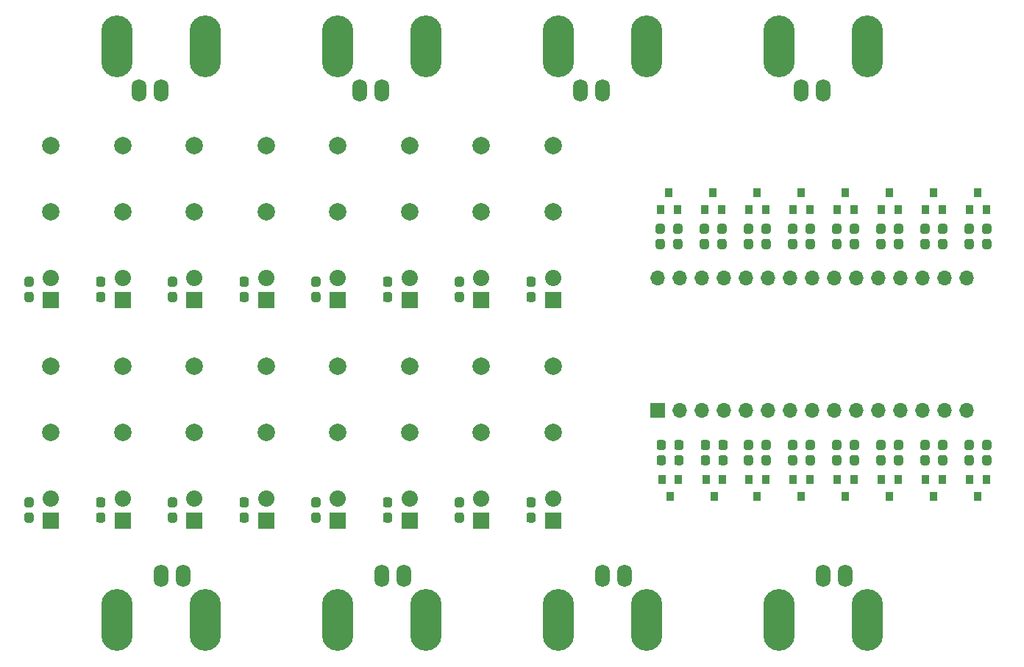
<source format=gbr>
%TF.GenerationSoftware,KiCad,Pcbnew,(5.1.6)-1*%
%TF.CreationDate,2022-02-01T20:51:07+01:00*%
%TF.ProjectId,Omniplex,4f6d6e69-706c-4657-982e-6b696361645f,rev?*%
%TF.SameCoordinates,Original*%
%TF.FileFunction,Soldermask,Top*%
%TF.FilePolarity,Negative*%
%FSLAX46Y46*%
G04 Gerber Fmt 4.6, Leading zero omitted, Abs format (unit mm)*
G04 Created by KiCad (PCBNEW (5.1.6)-1) date 2022-02-01 20:51:07*
%MOMM*%
%LPD*%
G01*
G04 APERTURE LIST*
%ADD10O,1.700000X2.600000*%
%ADD11O,3.600000X7.100000*%
%ADD12C,1.878000*%
%ADD13R,1.878000X1.878000*%
%ADD14C,2.000000*%
%ADD15R,0.900000X1.000000*%
%ADD16O,1.700000X1.700000*%
%ADD17R,1.700000X1.700000*%
G04 APERTURE END LIST*
%TO.C,D16*%
G36*
G01*
X118482500Y-119680000D02*
X119007500Y-119680000D01*
G75*
G02*
X119270000Y-119942500I0J-262500D01*
G01*
X119270000Y-120567500D01*
G75*
G02*
X119007500Y-120830000I-262500J0D01*
G01*
X118482500Y-120830000D01*
G75*
G02*
X118220000Y-120567500I0J262500D01*
G01*
X118220000Y-119942500D01*
G75*
G02*
X118482500Y-119680000I262500J0D01*
G01*
G37*
G36*
G01*
X118482500Y-117930000D02*
X119007500Y-117930000D01*
G75*
G02*
X119270000Y-118192500I0J-262500D01*
G01*
X119270000Y-118817500D01*
G75*
G02*
X119007500Y-119080000I-262500J0D01*
G01*
X118482500Y-119080000D01*
G75*
G02*
X118220000Y-118817500I0J262500D01*
G01*
X118220000Y-118192500D01*
G75*
G02*
X118482500Y-117930000I262500J0D01*
G01*
G37*
%TD*%
%TO.C,D15*%
G36*
G01*
X110227500Y-119680000D02*
X110752500Y-119680000D01*
G75*
G02*
X111015000Y-119942500I0J-262500D01*
G01*
X111015000Y-120567500D01*
G75*
G02*
X110752500Y-120830000I-262500J0D01*
G01*
X110227500Y-120830000D01*
G75*
G02*
X109965000Y-120567500I0J262500D01*
G01*
X109965000Y-119942500D01*
G75*
G02*
X110227500Y-119680000I262500J0D01*
G01*
G37*
G36*
G01*
X110227500Y-117930000D02*
X110752500Y-117930000D01*
G75*
G02*
X111015000Y-118192500I0J-262500D01*
G01*
X111015000Y-118817500D01*
G75*
G02*
X110752500Y-119080000I-262500J0D01*
G01*
X110227500Y-119080000D01*
G75*
G02*
X109965000Y-118817500I0J262500D01*
G01*
X109965000Y-118192500D01*
G75*
G02*
X110227500Y-117930000I262500J0D01*
G01*
G37*
%TD*%
%TO.C,D14*%
G36*
G01*
X118482500Y-94280000D02*
X119007500Y-94280000D01*
G75*
G02*
X119270000Y-94542500I0J-262500D01*
G01*
X119270000Y-95167500D01*
G75*
G02*
X119007500Y-95430000I-262500J0D01*
G01*
X118482500Y-95430000D01*
G75*
G02*
X118220000Y-95167500I0J262500D01*
G01*
X118220000Y-94542500D01*
G75*
G02*
X118482500Y-94280000I262500J0D01*
G01*
G37*
G36*
G01*
X118482500Y-92530000D02*
X119007500Y-92530000D01*
G75*
G02*
X119270000Y-92792500I0J-262500D01*
G01*
X119270000Y-93417500D01*
G75*
G02*
X119007500Y-93680000I-262500J0D01*
G01*
X118482500Y-93680000D01*
G75*
G02*
X118220000Y-93417500I0J262500D01*
G01*
X118220000Y-92792500D01*
G75*
G02*
X118482500Y-92530000I262500J0D01*
G01*
G37*
%TD*%
%TO.C,D13*%
G36*
G01*
X110227500Y-94280000D02*
X110752500Y-94280000D01*
G75*
G02*
X111015000Y-94542500I0J-262500D01*
G01*
X111015000Y-95167500D01*
G75*
G02*
X110752500Y-95430000I-262500J0D01*
G01*
X110227500Y-95430000D01*
G75*
G02*
X109965000Y-95167500I0J262500D01*
G01*
X109965000Y-94542500D01*
G75*
G02*
X110227500Y-94280000I262500J0D01*
G01*
G37*
G36*
G01*
X110227500Y-92530000D02*
X110752500Y-92530000D01*
G75*
G02*
X111015000Y-92792500I0J-262500D01*
G01*
X111015000Y-93417500D01*
G75*
G02*
X110752500Y-93680000I-262500J0D01*
G01*
X110227500Y-93680000D01*
G75*
G02*
X109965000Y-93417500I0J262500D01*
G01*
X109965000Y-92792500D01*
G75*
G02*
X110227500Y-92530000I262500J0D01*
G01*
G37*
%TD*%
%TO.C,D12*%
G36*
G01*
X101972500Y-119680000D02*
X102497500Y-119680000D01*
G75*
G02*
X102760000Y-119942500I0J-262500D01*
G01*
X102760000Y-120567500D01*
G75*
G02*
X102497500Y-120830000I-262500J0D01*
G01*
X101972500Y-120830000D01*
G75*
G02*
X101710000Y-120567500I0J262500D01*
G01*
X101710000Y-119942500D01*
G75*
G02*
X101972500Y-119680000I262500J0D01*
G01*
G37*
G36*
G01*
X101972500Y-117930000D02*
X102497500Y-117930000D01*
G75*
G02*
X102760000Y-118192500I0J-262500D01*
G01*
X102760000Y-118817500D01*
G75*
G02*
X102497500Y-119080000I-262500J0D01*
G01*
X101972500Y-119080000D01*
G75*
G02*
X101710000Y-118817500I0J262500D01*
G01*
X101710000Y-118192500D01*
G75*
G02*
X101972500Y-117930000I262500J0D01*
G01*
G37*
%TD*%
%TO.C,D11*%
G36*
G01*
X93717500Y-119680000D02*
X94242500Y-119680000D01*
G75*
G02*
X94505000Y-119942500I0J-262500D01*
G01*
X94505000Y-120567500D01*
G75*
G02*
X94242500Y-120830000I-262500J0D01*
G01*
X93717500Y-120830000D01*
G75*
G02*
X93455000Y-120567500I0J262500D01*
G01*
X93455000Y-119942500D01*
G75*
G02*
X93717500Y-119680000I262500J0D01*
G01*
G37*
G36*
G01*
X93717500Y-117930000D02*
X94242500Y-117930000D01*
G75*
G02*
X94505000Y-118192500I0J-262500D01*
G01*
X94505000Y-118817500D01*
G75*
G02*
X94242500Y-119080000I-262500J0D01*
G01*
X93717500Y-119080000D01*
G75*
G02*
X93455000Y-118817500I0J262500D01*
G01*
X93455000Y-118192500D01*
G75*
G02*
X93717500Y-117930000I262500J0D01*
G01*
G37*
%TD*%
%TO.C,D10*%
G36*
G01*
X101972500Y-94280000D02*
X102497500Y-94280000D01*
G75*
G02*
X102760000Y-94542500I0J-262500D01*
G01*
X102760000Y-95167500D01*
G75*
G02*
X102497500Y-95430000I-262500J0D01*
G01*
X101972500Y-95430000D01*
G75*
G02*
X101710000Y-95167500I0J262500D01*
G01*
X101710000Y-94542500D01*
G75*
G02*
X101972500Y-94280000I262500J0D01*
G01*
G37*
G36*
G01*
X101972500Y-92530000D02*
X102497500Y-92530000D01*
G75*
G02*
X102760000Y-92792500I0J-262500D01*
G01*
X102760000Y-93417500D01*
G75*
G02*
X102497500Y-93680000I-262500J0D01*
G01*
X101972500Y-93680000D01*
G75*
G02*
X101710000Y-93417500I0J262500D01*
G01*
X101710000Y-92792500D01*
G75*
G02*
X101972500Y-92530000I262500J0D01*
G01*
G37*
%TD*%
%TO.C,D9*%
G36*
G01*
X93717500Y-94280000D02*
X94242500Y-94280000D01*
G75*
G02*
X94505000Y-94542500I0J-262500D01*
G01*
X94505000Y-95167500D01*
G75*
G02*
X94242500Y-95430000I-262500J0D01*
G01*
X93717500Y-95430000D01*
G75*
G02*
X93455000Y-95167500I0J262500D01*
G01*
X93455000Y-94542500D01*
G75*
G02*
X93717500Y-94280000I262500J0D01*
G01*
G37*
G36*
G01*
X93717500Y-92530000D02*
X94242500Y-92530000D01*
G75*
G02*
X94505000Y-92792500I0J-262500D01*
G01*
X94505000Y-93417500D01*
G75*
G02*
X94242500Y-93680000I-262500J0D01*
G01*
X93717500Y-93680000D01*
G75*
G02*
X93455000Y-93417500I0J262500D01*
G01*
X93455000Y-92792500D01*
G75*
G02*
X93717500Y-92530000I262500J0D01*
G01*
G37*
%TD*%
%TO.C,D8*%
G36*
G01*
X85462500Y-119680000D02*
X85987500Y-119680000D01*
G75*
G02*
X86250000Y-119942500I0J-262500D01*
G01*
X86250000Y-120567500D01*
G75*
G02*
X85987500Y-120830000I-262500J0D01*
G01*
X85462500Y-120830000D01*
G75*
G02*
X85200000Y-120567500I0J262500D01*
G01*
X85200000Y-119942500D01*
G75*
G02*
X85462500Y-119680000I262500J0D01*
G01*
G37*
G36*
G01*
X85462500Y-117930000D02*
X85987500Y-117930000D01*
G75*
G02*
X86250000Y-118192500I0J-262500D01*
G01*
X86250000Y-118817500D01*
G75*
G02*
X85987500Y-119080000I-262500J0D01*
G01*
X85462500Y-119080000D01*
G75*
G02*
X85200000Y-118817500I0J262500D01*
G01*
X85200000Y-118192500D01*
G75*
G02*
X85462500Y-117930000I262500J0D01*
G01*
G37*
%TD*%
%TO.C,D7*%
G36*
G01*
X77207500Y-119680000D02*
X77732500Y-119680000D01*
G75*
G02*
X77995000Y-119942500I0J-262500D01*
G01*
X77995000Y-120567500D01*
G75*
G02*
X77732500Y-120830000I-262500J0D01*
G01*
X77207500Y-120830000D01*
G75*
G02*
X76945000Y-120567500I0J262500D01*
G01*
X76945000Y-119942500D01*
G75*
G02*
X77207500Y-119680000I262500J0D01*
G01*
G37*
G36*
G01*
X77207500Y-117930000D02*
X77732500Y-117930000D01*
G75*
G02*
X77995000Y-118192500I0J-262500D01*
G01*
X77995000Y-118817500D01*
G75*
G02*
X77732500Y-119080000I-262500J0D01*
G01*
X77207500Y-119080000D01*
G75*
G02*
X76945000Y-118817500I0J262500D01*
G01*
X76945000Y-118192500D01*
G75*
G02*
X77207500Y-117930000I262500J0D01*
G01*
G37*
%TD*%
%TO.C,D6*%
G36*
G01*
X85462500Y-94280000D02*
X85987500Y-94280000D01*
G75*
G02*
X86250000Y-94542500I0J-262500D01*
G01*
X86250000Y-95167500D01*
G75*
G02*
X85987500Y-95430000I-262500J0D01*
G01*
X85462500Y-95430000D01*
G75*
G02*
X85200000Y-95167500I0J262500D01*
G01*
X85200000Y-94542500D01*
G75*
G02*
X85462500Y-94280000I262500J0D01*
G01*
G37*
G36*
G01*
X85462500Y-92530000D02*
X85987500Y-92530000D01*
G75*
G02*
X86250000Y-92792500I0J-262500D01*
G01*
X86250000Y-93417500D01*
G75*
G02*
X85987500Y-93680000I-262500J0D01*
G01*
X85462500Y-93680000D01*
G75*
G02*
X85200000Y-93417500I0J262500D01*
G01*
X85200000Y-92792500D01*
G75*
G02*
X85462500Y-92530000I262500J0D01*
G01*
G37*
%TD*%
%TO.C,D5*%
G36*
G01*
X77207500Y-94280000D02*
X77732500Y-94280000D01*
G75*
G02*
X77995000Y-94542500I0J-262500D01*
G01*
X77995000Y-95167500D01*
G75*
G02*
X77732500Y-95430000I-262500J0D01*
G01*
X77207500Y-95430000D01*
G75*
G02*
X76945000Y-95167500I0J262500D01*
G01*
X76945000Y-94542500D01*
G75*
G02*
X77207500Y-94280000I262500J0D01*
G01*
G37*
G36*
G01*
X77207500Y-92530000D02*
X77732500Y-92530000D01*
G75*
G02*
X77995000Y-92792500I0J-262500D01*
G01*
X77995000Y-93417500D01*
G75*
G02*
X77732500Y-93680000I-262500J0D01*
G01*
X77207500Y-93680000D01*
G75*
G02*
X76945000Y-93417500I0J262500D01*
G01*
X76945000Y-92792500D01*
G75*
G02*
X77207500Y-92530000I262500J0D01*
G01*
G37*
%TD*%
%TO.C,D4*%
G36*
G01*
X68952500Y-119680000D02*
X69477500Y-119680000D01*
G75*
G02*
X69740000Y-119942500I0J-262500D01*
G01*
X69740000Y-120567500D01*
G75*
G02*
X69477500Y-120830000I-262500J0D01*
G01*
X68952500Y-120830000D01*
G75*
G02*
X68690000Y-120567500I0J262500D01*
G01*
X68690000Y-119942500D01*
G75*
G02*
X68952500Y-119680000I262500J0D01*
G01*
G37*
G36*
G01*
X68952500Y-117930000D02*
X69477500Y-117930000D01*
G75*
G02*
X69740000Y-118192500I0J-262500D01*
G01*
X69740000Y-118817500D01*
G75*
G02*
X69477500Y-119080000I-262500J0D01*
G01*
X68952500Y-119080000D01*
G75*
G02*
X68690000Y-118817500I0J262500D01*
G01*
X68690000Y-118192500D01*
G75*
G02*
X68952500Y-117930000I262500J0D01*
G01*
G37*
%TD*%
%TO.C,D3*%
G36*
G01*
X60697500Y-119680000D02*
X61222500Y-119680000D01*
G75*
G02*
X61485000Y-119942500I0J-262500D01*
G01*
X61485000Y-120567500D01*
G75*
G02*
X61222500Y-120830000I-262500J0D01*
G01*
X60697500Y-120830000D01*
G75*
G02*
X60435000Y-120567500I0J262500D01*
G01*
X60435000Y-119942500D01*
G75*
G02*
X60697500Y-119680000I262500J0D01*
G01*
G37*
G36*
G01*
X60697500Y-117930000D02*
X61222500Y-117930000D01*
G75*
G02*
X61485000Y-118192500I0J-262500D01*
G01*
X61485000Y-118817500D01*
G75*
G02*
X61222500Y-119080000I-262500J0D01*
G01*
X60697500Y-119080000D01*
G75*
G02*
X60435000Y-118817500I0J262500D01*
G01*
X60435000Y-118192500D01*
G75*
G02*
X60697500Y-117930000I262500J0D01*
G01*
G37*
%TD*%
%TO.C,D2*%
G36*
G01*
X68952500Y-94280000D02*
X69477500Y-94280000D01*
G75*
G02*
X69740000Y-94542500I0J-262500D01*
G01*
X69740000Y-95167500D01*
G75*
G02*
X69477500Y-95430000I-262500J0D01*
G01*
X68952500Y-95430000D01*
G75*
G02*
X68690000Y-95167500I0J262500D01*
G01*
X68690000Y-94542500D01*
G75*
G02*
X68952500Y-94280000I262500J0D01*
G01*
G37*
G36*
G01*
X68952500Y-92530000D02*
X69477500Y-92530000D01*
G75*
G02*
X69740000Y-92792500I0J-262500D01*
G01*
X69740000Y-93417500D01*
G75*
G02*
X69477500Y-93680000I-262500J0D01*
G01*
X68952500Y-93680000D01*
G75*
G02*
X68690000Y-93417500I0J262500D01*
G01*
X68690000Y-92792500D01*
G75*
G02*
X68952500Y-92530000I262500J0D01*
G01*
G37*
%TD*%
%TO.C,D1*%
G36*
G01*
X60697500Y-94280000D02*
X61222500Y-94280000D01*
G75*
G02*
X61485000Y-94542500I0J-262500D01*
G01*
X61485000Y-95167500D01*
G75*
G02*
X61222500Y-95430000I-262500J0D01*
G01*
X60697500Y-95430000D01*
G75*
G02*
X60435000Y-95167500I0J262500D01*
G01*
X60435000Y-94542500D01*
G75*
G02*
X60697500Y-94280000I262500J0D01*
G01*
G37*
G36*
G01*
X60697500Y-92530000D02*
X61222500Y-92530000D01*
G75*
G02*
X61485000Y-92792500I0J-262500D01*
G01*
X61485000Y-93417500D01*
G75*
G02*
X61222500Y-93680000I-262500J0D01*
G01*
X60697500Y-93680000D01*
G75*
G02*
X60435000Y-93417500I0J262500D01*
G01*
X60435000Y-92792500D01*
G75*
G02*
X60697500Y-92530000I262500J0D01*
G01*
G37*
%TD*%
D10*
%TO.C,J8*%
X154940000Y-127000000D03*
X152400000Y-127000000D03*
D11*
X147320000Y-132080000D03*
X157480000Y-132080000D03*
%TD*%
D10*
%TO.C,J7*%
X129540000Y-127000000D03*
X127000000Y-127000000D03*
D11*
X121920000Y-132080000D03*
X132080000Y-132080000D03*
%TD*%
D10*
%TO.C,J6*%
X104140000Y-127000000D03*
X101600000Y-127000000D03*
D11*
X96520000Y-132080000D03*
X106680000Y-132080000D03*
%TD*%
D10*
%TO.C,J5*%
X78740000Y-127000000D03*
X76200000Y-127000000D03*
D11*
X71120000Y-132080000D03*
X81280000Y-132080000D03*
%TD*%
D10*
%TO.C,J4*%
X149860000Y-71120000D03*
X152400000Y-71120000D03*
D11*
X157480000Y-66040000D03*
X147320000Y-66040000D03*
%TD*%
D10*
%TO.C,J3*%
X124460000Y-71120000D03*
X127000000Y-71120000D03*
D11*
X132080000Y-66040000D03*
X121920000Y-66040000D03*
%TD*%
D10*
%TO.C,J2*%
X99060000Y-71120000D03*
X101600000Y-71120000D03*
D11*
X106680000Y-66040000D03*
X96520000Y-66040000D03*
%TD*%
D10*
%TO.C,J1*%
X73660000Y-71120000D03*
X76200000Y-71120000D03*
D11*
X81280000Y-66040000D03*
X71120000Y-66040000D03*
%TD*%
D12*
%TO.C,K16*%
X121285000Y-118110000D03*
D13*
X121285000Y-120650000D03*
D14*
X121285000Y-110490000D03*
X121285000Y-102870000D03*
%TD*%
D12*
%TO.C,K15*%
X113030000Y-118110000D03*
D13*
X113030000Y-120650000D03*
D14*
X113030000Y-110490000D03*
X113030000Y-102870000D03*
%TD*%
D12*
%TO.C,K14*%
X121285000Y-92710000D03*
D13*
X121285000Y-95250000D03*
D14*
X121285000Y-85090000D03*
X121285000Y-77470000D03*
%TD*%
D12*
%TO.C,K13*%
X113030000Y-92710000D03*
D13*
X113030000Y-95250000D03*
D14*
X113030000Y-85090000D03*
X113030000Y-77470000D03*
%TD*%
D12*
%TO.C,K12*%
X104775000Y-118110000D03*
D13*
X104775000Y-120650000D03*
D14*
X104775000Y-110490000D03*
X104775000Y-102870000D03*
%TD*%
D12*
%TO.C,K11*%
X96520000Y-118110000D03*
D13*
X96520000Y-120650000D03*
D14*
X96520000Y-110490000D03*
X96520000Y-102870000D03*
%TD*%
D12*
%TO.C,K10*%
X104775000Y-92710000D03*
D13*
X104775000Y-95250000D03*
D14*
X104775000Y-85090000D03*
X104775000Y-77470000D03*
%TD*%
D12*
%TO.C,K9*%
X96520000Y-92710000D03*
D13*
X96520000Y-95250000D03*
D14*
X96520000Y-85090000D03*
X96520000Y-77470000D03*
%TD*%
D12*
%TO.C,K8*%
X88265000Y-118110000D03*
D13*
X88265000Y-120650000D03*
D14*
X88265000Y-110490000D03*
X88265000Y-102870000D03*
%TD*%
D12*
%TO.C,K7*%
X80010000Y-118110000D03*
D13*
X80010000Y-120650000D03*
D14*
X80010000Y-110490000D03*
X80010000Y-102870000D03*
%TD*%
D12*
%TO.C,K6*%
X88265000Y-92710000D03*
D13*
X88265000Y-95250000D03*
D14*
X88265000Y-85090000D03*
X88265000Y-77470000D03*
%TD*%
D12*
%TO.C,K5*%
X80010000Y-92710000D03*
D13*
X80010000Y-95250000D03*
D14*
X80010000Y-85090000D03*
X80010000Y-77470000D03*
%TD*%
D12*
%TO.C,K4*%
X71755000Y-118110000D03*
D13*
X71755000Y-120650000D03*
D14*
X71755000Y-110490000D03*
X71755000Y-102870000D03*
%TD*%
D12*
%TO.C,K3*%
X63500000Y-118110000D03*
D13*
X63500000Y-120650000D03*
D14*
X63500000Y-110490000D03*
X63500000Y-102870000D03*
%TD*%
D12*
%TO.C,K2*%
X71755000Y-92710000D03*
D13*
X71755000Y-95250000D03*
D14*
X71755000Y-85090000D03*
X71755000Y-77470000D03*
%TD*%
D12*
%TO.C,K1*%
X63500000Y-92710000D03*
D13*
X63500000Y-95250000D03*
D14*
X63500000Y-85090000D03*
X63500000Y-77470000D03*
%TD*%
%TO.C,R32*%
G36*
G01*
X136025500Y-112476000D02*
X135500500Y-112476000D01*
G75*
G02*
X135238000Y-112213500I0J262500D01*
G01*
X135238000Y-111588500D01*
G75*
G02*
X135500500Y-111326000I262500J0D01*
G01*
X136025500Y-111326000D01*
G75*
G02*
X136288000Y-111588500I0J-262500D01*
G01*
X136288000Y-112213500D01*
G75*
G02*
X136025500Y-112476000I-262500J0D01*
G01*
G37*
G36*
G01*
X136025500Y-114226000D02*
X135500500Y-114226000D01*
G75*
G02*
X135238000Y-113963500I0J262500D01*
G01*
X135238000Y-113338500D01*
G75*
G02*
X135500500Y-113076000I262500J0D01*
G01*
X136025500Y-113076000D01*
G75*
G02*
X136288000Y-113338500I0J-262500D01*
G01*
X136288000Y-113963500D01*
G75*
G02*
X136025500Y-114226000I-262500J0D01*
G01*
G37*
%TD*%
%TO.C,R31*%
G36*
G01*
X141105500Y-112476000D02*
X140580500Y-112476000D01*
G75*
G02*
X140318000Y-112213500I0J262500D01*
G01*
X140318000Y-111588500D01*
G75*
G02*
X140580500Y-111326000I262500J0D01*
G01*
X141105500Y-111326000D01*
G75*
G02*
X141368000Y-111588500I0J-262500D01*
G01*
X141368000Y-112213500D01*
G75*
G02*
X141105500Y-112476000I-262500J0D01*
G01*
G37*
G36*
G01*
X141105500Y-114226000D02*
X140580500Y-114226000D01*
G75*
G02*
X140318000Y-113963500I0J262500D01*
G01*
X140318000Y-113338500D01*
G75*
G02*
X140580500Y-113076000I262500J0D01*
G01*
X141105500Y-113076000D01*
G75*
G02*
X141368000Y-113338500I0J-262500D01*
G01*
X141368000Y-113963500D01*
G75*
G02*
X141105500Y-114226000I-262500J0D01*
G01*
G37*
%TD*%
%TO.C,R30*%
G36*
G01*
X146058500Y-112476000D02*
X145533500Y-112476000D01*
G75*
G02*
X145271000Y-112213500I0J262500D01*
G01*
X145271000Y-111588500D01*
G75*
G02*
X145533500Y-111326000I262500J0D01*
G01*
X146058500Y-111326000D01*
G75*
G02*
X146321000Y-111588500I0J-262500D01*
G01*
X146321000Y-112213500D01*
G75*
G02*
X146058500Y-112476000I-262500J0D01*
G01*
G37*
G36*
G01*
X146058500Y-114226000D02*
X145533500Y-114226000D01*
G75*
G02*
X145271000Y-113963500I0J262500D01*
G01*
X145271000Y-113338500D01*
G75*
G02*
X145533500Y-113076000I262500J0D01*
G01*
X146058500Y-113076000D01*
G75*
G02*
X146321000Y-113338500I0J-262500D01*
G01*
X146321000Y-113963500D01*
G75*
G02*
X146058500Y-114226000I-262500J0D01*
G01*
G37*
%TD*%
%TO.C,R29*%
G36*
G01*
X151138500Y-112476000D02*
X150613500Y-112476000D01*
G75*
G02*
X150351000Y-112213500I0J262500D01*
G01*
X150351000Y-111588500D01*
G75*
G02*
X150613500Y-111326000I262500J0D01*
G01*
X151138500Y-111326000D01*
G75*
G02*
X151401000Y-111588500I0J-262500D01*
G01*
X151401000Y-112213500D01*
G75*
G02*
X151138500Y-112476000I-262500J0D01*
G01*
G37*
G36*
G01*
X151138500Y-114226000D02*
X150613500Y-114226000D01*
G75*
G02*
X150351000Y-113963500I0J262500D01*
G01*
X150351000Y-113338500D01*
G75*
G02*
X150613500Y-113076000I262500J0D01*
G01*
X151138500Y-113076000D01*
G75*
G02*
X151401000Y-113338500I0J-262500D01*
G01*
X151401000Y-113963500D01*
G75*
G02*
X151138500Y-114226000I-262500J0D01*
G01*
G37*
%TD*%
%TO.C,R28*%
G36*
G01*
X156218500Y-112476000D02*
X155693500Y-112476000D01*
G75*
G02*
X155431000Y-112213500I0J262500D01*
G01*
X155431000Y-111588500D01*
G75*
G02*
X155693500Y-111326000I262500J0D01*
G01*
X156218500Y-111326000D01*
G75*
G02*
X156481000Y-111588500I0J-262500D01*
G01*
X156481000Y-112213500D01*
G75*
G02*
X156218500Y-112476000I-262500J0D01*
G01*
G37*
G36*
G01*
X156218500Y-114226000D02*
X155693500Y-114226000D01*
G75*
G02*
X155431000Y-113963500I0J262500D01*
G01*
X155431000Y-113338500D01*
G75*
G02*
X155693500Y-113076000I262500J0D01*
G01*
X156218500Y-113076000D01*
G75*
G02*
X156481000Y-113338500I0J-262500D01*
G01*
X156481000Y-113963500D01*
G75*
G02*
X156218500Y-114226000I-262500J0D01*
G01*
G37*
%TD*%
%TO.C,R27*%
G36*
G01*
X161298500Y-112476000D02*
X160773500Y-112476000D01*
G75*
G02*
X160511000Y-112213500I0J262500D01*
G01*
X160511000Y-111588500D01*
G75*
G02*
X160773500Y-111326000I262500J0D01*
G01*
X161298500Y-111326000D01*
G75*
G02*
X161561000Y-111588500I0J-262500D01*
G01*
X161561000Y-112213500D01*
G75*
G02*
X161298500Y-112476000I-262500J0D01*
G01*
G37*
G36*
G01*
X161298500Y-114226000D02*
X160773500Y-114226000D01*
G75*
G02*
X160511000Y-113963500I0J262500D01*
G01*
X160511000Y-113338500D01*
G75*
G02*
X160773500Y-113076000I262500J0D01*
G01*
X161298500Y-113076000D01*
G75*
G02*
X161561000Y-113338500I0J-262500D01*
G01*
X161561000Y-113963500D01*
G75*
G02*
X161298500Y-114226000I-262500J0D01*
G01*
G37*
%TD*%
%TO.C,R26*%
G36*
G01*
X166378500Y-112476000D02*
X165853500Y-112476000D01*
G75*
G02*
X165591000Y-112213500I0J262500D01*
G01*
X165591000Y-111588500D01*
G75*
G02*
X165853500Y-111326000I262500J0D01*
G01*
X166378500Y-111326000D01*
G75*
G02*
X166641000Y-111588500I0J-262500D01*
G01*
X166641000Y-112213500D01*
G75*
G02*
X166378500Y-112476000I-262500J0D01*
G01*
G37*
G36*
G01*
X166378500Y-114226000D02*
X165853500Y-114226000D01*
G75*
G02*
X165591000Y-113963500I0J262500D01*
G01*
X165591000Y-113338500D01*
G75*
G02*
X165853500Y-113076000I262500J0D01*
G01*
X166378500Y-113076000D01*
G75*
G02*
X166641000Y-113338500I0J-262500D01*
G01*
X166641000Y-113963500D01*
G75*
G02*
X166378500Y-114226000I-262500J0D01*
G01*
G37*
%TD*%
%TO.C,R25*%
G36*
G01*
X171458500Y-112476000D02*
X170933500Y-112476000D01*
G75*
G02*
X170671000Y-112213500I0J262500D01*
G01*
X170671000Y-111588500D01*
G75*
G02*
X170933500Y-111326000I262500J0D01*
G01*
X171458500Y-111326000D01*
G75*
G02*
X171721000Y-111588500I0J-262500D01*
G01*
X171721000Y-112213500D01*
G75*
G02*
X171458500Y-112476000I-262500J0D01*
G01*
G37*
G36*
G01*
X171458500Y-114226000D02*
X170933500Y-114226000D01*
G75*
G02*
X170671000Y-113963500I0J262500D01*
G01*
X170671000Y-113338500D01*
G75*
G02*
X170933500Y-113076000I262500J0D01*
G01*
X171458500Y-113076000D01*
G75*
G02*
X171721000Y-113338500I0J-262500D01*
G01*
X171721000Y-113963500D01*
G75*
G02*
X171458500Y-114226000I-262500J0D01*
G01*
G37*
%TD*%
%TO.C,R24*%
G36*
G01*
X133341500Y-88184000D02*
X133866500Y-88184000D01*
G75*
G02*
X134129000Y-88446500I0J-262500D01*
G01*
X134129000Y-89071500D01*
G75*
G02*
X133866500Y-89334000I-262500J0D01*
G01*
X133341500Y-89334000D01*
G75*
G02*
X133079000Y-89071500I0J262500D01*
G01*
X133079000Y-88446500D01*
G75*
G02*
X133341500Y-88184000I262500J0D01*
G01*
G37*
G36*
G01*
X133341500Y-86434000D02*
X133866500Y-86434000D01*
G75*
G02*
X134129000Y-86696500I0J-262500D01*
G01*
X134129000Y-87321500D01*
G75*
G02*
X133866500Y-87584000I-262500J0D01*
G01*
X133341500Y-87584000D01*
G75*
G02*
X133079000Y-87321500I0J262500D01*
G01*
X133079000Y-86696500D01*
G75*
G02*
X133341500Y-86434000I262500J0D01*
G01*
G37*
%TD*%
%TO.C,R23*%
G36*
G01*
X138421500Y-88184000D02*
X138946500Y-88184000D01*
G75*
G02*
X139209000Y-88446500I0J-262500D01*
G01*
X139209000Y-89071500D01*
G75*
G02*
X138946500Y-89334000I-262500J0D01*
G01*
X138421500Y-89334000D01*
G75*
G02*
X138159000Y-89071500I0J262500D01*
G01*
X138159000Y-88446500D01*
G75*
G02*
X138421500Y-88184000I262500J0D01*
G01*
G37*
G36*
G01*
X138421500Y-86434000D02*
X138946500Y-86434000D01*
G75*
G02*
X139209000Y-86696500I0J-262500D01*
G01*
X139209000Y-87321500D01*
G75*
G02*
X138946500Y-87584000I-262500J0D01*
G01*
X138421500Y-87584000D01*
G75*
G02*
X138159000Y-87321500I0J262500D01*
G01*
X138159000Y-86696500D01*
G75*
G02*
X138421500Y-86434000I262500J0D01*
G01*
G37*
%TD*%
%TO.C,R22*%
G36*
G01*
X143501500Y-88184000D02*
X144026500Y-88184000D01*
G75*
G02*
X144289000Y-88446500I0J-262500D01*
G01*
X144289000Y-89071500D01*
G75*
G02*
X144026500Y-89334000I-262500J0D01*
G01*
X143501500Y-89334000D01*
G75*
G02*
X143239000Y-89071500I0J262500D01*
G01*
X143239000Y-88446500D01*
G75*
G02*
X143501500Y-88184000I262500J0D01*
G01*
G37*
G36*
G01*
X143501500Y-86434000D02*
X144026500Y-86434000D01*
G75*
G02*
X144289000Y-86696500I0J-262500D01*
G01*
X144289000Y-87321500D01*
G75*
G02*
X144026500Y-87584000I-262500J0D01*
G01*
X143501500Y-87584000D01*
G75*
G02*
X143239000Y-87321500I0J262500D01*
G01*
X143239000Y-86696500D01*
G75*
G02*
X143501500Y-86434000I262500J0D01*
G01*
G37*
%TD*%
%TO.C,R21*%
G36*
G01*
X148581500Y-88184000D02*
X149106500Y-88184000D01*
G75*
G02*
X149369000Y-88446500I0J-262500D01*
G01*
X149369000Y-89071500D01*
G75*
G02*
X149106500Y-89334000I-262500J0D01*
G01*
X148581500Y-89334000D01*
G75*
G02*
X148319000Y-89071500I0J262500D01*
G01*
X148319000Y-88446500D01*
G75*
G02*
X148581500Y-88184000I262500J0D01*
G01*
G37*
G36*
G01*
X148581500Y-86434000D02*
X149106500Y-86434000D01*
G75*
G02*
X149369000Y-86696500I0J-262500D01*
G01*
X149369000Y-87321500D01*
G75*
G02*
X149106500Y-87584000I-262500J0D01*
G01*
X148581500Y-87584000D01*
G75*
G02*
X148319000Y-87321500I0J262500D01*
G01*
X148319000Y-86696500D01*
G75*
G02*
X148581500Y-86434000I262500J0D01*
G01*
G37*
%TD*%
%TO.C,R20*%
G36*
G01*
X153661500Y-86434000D02*
X154186500Y-86434000D01*
G75*
G02*
X154449000Y-86696500I0J-262500D01*
G01*
X154449000Y-87321500D01*
G75*
G02*
X154186500Y-87584000I-262500J0D01*
G01*
X153661500Y-87584000D01*
G75*
G02*
X153399000Y-87321500I0J262500D01*
G01*
X153399000Y-86696500D01*
G75*
G02*
X153661500Y-86434000I262500J0D01*
G01*
G37*
G36*
G01*
X153661500Y-88184000D02*
X154186500Y-88184000D01*
G75*
G02*
X154449000Y-88446500I0J-262500D01*
G01*
X154449000Y-89071500D01*
G75*
G02*
X154186500Y-89334000I-262500J0D01*
G01*
X153661500Y-89334000D01*
G75*
G02*
X153399000Y-89071500I0J262500D01*
G01*
X153399000Y-88446500D01*
G75*
G02*
X153661500Y-88184000I262500J0D01*
G01*
G37*
%TD*%
%TO.C,R19*%
G36*
G01*
X158741500Y-88184000D02*
X159266500Y-88184000D01*
G75*
G02*
X159529000Y-88446500I0J-262500D01*
G01*
X159529000Y-89071500D01*
G75*
G02*
X159266500Y-89334000I-262500J0D01*
G01*
X158741500Y-89334000D01*
G75*
G02*
X158479000Y-89071500I0J262500D01*
G01*
X158479000Y-88446500D01*
G75*
G02*
X158741500Y-88184000I262500J0D01*
G01*
G37*
G36*
G01*
X158741500Y-86434000D02*
X159266500Y-86434000D01*
G75*
G02*
X159529000Y-86696500I0J-262500D01*
G01*
X159529000Y-87321500D01*
G75*
G02*
X159266500Y-87584000I-262500J0D01*
G01*
X158741500Y-87584000D01*
G75*
G02*
X158479000Y-87321500I0J262500D01*
G01*
X158479000Y-86696500D01*
G75*
G02*
X158741500Y-86434000I262500J0D01*
G01*
G37*
%TD*%
%TO.C,R18*%
G36*
G01*
X163821500Y-88184000D02*
X164346500Y-88184000D01*
G75*
G02*
X164609000Y-88446500I0J-262500D01*
G01*
X164609000Y-89071500D01*
G75*
G02*
X164346500Y-89334000I-262500J0D01*
G01*
X163821500Y-89334000D01*
G75*
G02*
X163559000Y-89071500I0J262500D01*
G01*
X163559000Y-88446500D01*
G75*
G02*
X163821500Y-88184000I262500J0D01*
G01*
G37*
G36*
G01*
X163821500Y-86434000D02*
X164346500Y-86434000D01*
G75*
G02*
X164609000Y-86696500I0J-262500D01*
G01*
X164609000Y-87321500D01*
G75*
G02*
X164346500Y-87584000I-262500J0D01*
G01*
X163821500Y-87584000D01*
G75*
G02*
X163559000Y-87321500I0J262500D01*
G01*
X163559000Y-86696500D01*
G75*
G02*
X163821500Y-86434000I262500J0D01*
G01*
G37*
%TD*%
%TO.C,R17*%
G36*
G01*
X168901500Y-88184000D02*
X169426500Y-88184000D01*
G75*
G02*
X169689000Y-88446500I0J-262500D01*
G01*
X169689000Y-89071500D01*
G75*
G02*
X169426500Y-89334000I-262500J0D01*
G01*
X168901500Y-89334000D01*
G75*
G02*
X168639000Y-89071500I0J262500D01*
G01*
X168639000Y-88446500D01*
G75*
G02*
X168901500Y-88184000I262500J0D01*
G01*
G37*
G36*
G01*
X168901500Y-86434000D02*
X169426500Y-86434000D01*
G75*
G02*
X169689000Y-86696500I0J-262500D01*
G01*
X169689000Y-87321500D01*
G75*
G02*
X169426500Y-87584000I-262500J0D01*
G01*
X168901500Y-87584000D01*
G75*
G02*
X168639000Y-87321500I0J262500D01*
G01*
X168639000Y-86696500D01*
G75*
G02*
X168901500Y-86434000I262500J0D01*
G01*
G37*
%TD*%
%TO.C,R16*%
G36*
G01*
X168901500Y-113076000D02*
X169426500Y-113076000D01*
G75*
G02*
X169689000Y-113338500I0J-262500D01*
G01*
X169689000Y-113963500D01*
G75*
G02*
X169426500Y-114226000I-262500J0D01*
G01*
X168901500Y-114226000D01*
G75*
G02*
X168639000Y-113963500I0J262500D01*
G01*
X168639000Y-113338500D01*
G75*
G02*
X168901500Y-113076000I262500J0D01*
G01*
G37*
G36*
G01*
X168901500Y-111326000D02*
X169426500Y-111326000D01*
G75*
G02*
X169689000Y-111588500I0J-262500D01*
G01*
X169689000Y-112213500D01*
G75*
G02*
X169426500Y-112476000I-262500J0D01*
G01*
X168901500Y-112476000D01*
G75*
G02*
X168639000Y-112213500I0J262500D01*
G01*
X168639000Y-111588500D01*
G75*
G02*
X168901500Y-111326000I262500J0D01*
G01*
G37*
%TD*%
%TO.C,R15*%
G36*
G01*
X171458500Y-89334000D02*
X170933500Y-89334000D01*
G75*
G02*
X170671000Y-89071500I0J262500D01*
G01*
X170671000Y-88446500D01*
G75*
G02*
X170933500Y-88184000I262500J0D01*
G01*
X171458500Y-88184000D01*
G75*
G02*
X171721000Y-88446500I0J-262500D01*
G01*
X171721000Y-89071500D01*
G75*
G02*
X171458500Y-89334000I-262500J0D01*
G01*
G37*
G36*
G01*
X171458500Y-87584000D02*
X170933500Y-87584000D01*
G75*
G02*
X170671000Y-87321500I0J262500D01*
G01*
X170671000Y-86696500D01*
G75*
G02*
X170933500Y-86434000I262500J0D01*
G01*
X171458500Y-86434000D01*
G75*
G02*
X171721000Y-86696500I0J-262500D01*
G01*
X171721000Y-87321500D01*
G75*
G02*
X171458500Y-87584000I-262500J0D01*
G01*
G37*
%TD*%
%TO.C,R14*%
G36*
G01*
X163821500Y-113076000D02*
X164346500Y-113076000D01*
G75*
G02*
X164609000Y-113338500I0J-262500D01*
G01*
X164609000Y-113963500D01*
G75*
G02*
X164346500Y-114226000I-262500J0D01*
G01*
X163821500Y-114226000D01*
G75*
G02*
X163559000Y-113963500I0J262500D01*
G01*
X163559000Y-113338500D01*
G75*
G02*
X163821500Y-113076000I262500J0D01*
G01*
G37*
G36*
G01*
X163821500Y-111326000D02*
X164346500Y-111326000D01*
G75*
G02*
X164609000Y-111588500I0J-262500D01*
G01*
X164609000Y-112213500D01*
G75*
G02*
X164346500Y-112476000I-262500J0D01*
G01*
X163821500Y-112476000D01*
G75*
G02*
X163559000Y-112213500I0J262500D01*
G01*
X163559000Y-111588500D01*
G75*
G02*
X163821500Y-111326000I262500J0D01*
G01*
G37*
%TD*%
%TO.C,R13*%
G36*
G01*
X166378500Y-89334000D02*
X165853500Y-89334000D01*
G75*
G02*
X165591000Y-89071500I0J262500D01*
G01*
X165591000Y-88446500D01*
G75*
G02*
X165853500Y-88184000I262500J0D01*
G01*
X166378500Y-88184000D01*
G75*
G02*
X166641000Y-88446500I0J-262500D01*
G01*
X166641000Y-89071500D01*
G75*
G02*
X166378500Y-89334000I-262500J0D01*
G01*
G37*
G36*
G01*
X166378500Y-87584000D02*
X165853500Y-87584000D01*
G75*
G02*
X165591000Y-87321500I0J262500D01*
G01*
X165591000Y-86696500D01*
G75*
G02*
X165853500Y-86434000I262500J0D01*
G01*
X166378500Y-86434000D01*
G75*
G02*
X166641000Y-86696500I0J-262500D01*
G01*
X166641000Y-87321500D01*
G75*
G02*
X166378500Y-87584000I-262500J0D01*
G01*
G37*
%TD*%
%TO.C,R12*%
G36*
G01*
X158741500Y-113076000D02*
X159266500Y-113076000D01*
G75*
G02*
X159529000Y-113338500I0J-262500D01*
G01*
X159529000Y-113963500D01*
G75*
G02*
X159266500Y-114226000I-262500J0D01*
G01*
X158741500Y-114226000D01*
G75*
G02*
X158479000Y-113963500I0J262500D01*
G01*
X158479000Y-113338500D01*
G75*
G02*
X158741500Y-113076000I262500J0D01*
G01*
G37*
G36*
G01*
X158741500Y-111326000D02*
X159266500Y-111326000D01*
G75*
G02*
X159529000Y-111588500I0J-262500D01*
G01*
X159529000Y-112213500D01*
G75*
G02*
X159266500Y-112476000I-262500J0D01*
G01*
X158741500Y-112476000D01*
G75*
G02*
X158479000Y-112213500I0J262500D01*
G01*
X158479000Y-111588500D01*
G75*
G02*
X158741500Y-111326000I262500J0D01*
G01*
G37*
%TD*%
%TO.C,R11*%
G36*
G01*
X161298500Y-89334000D02*
X160773500Y-89334000D01*
G75*
G02*
X160511000Y-89071500I0J262500D01*
G01*
X160511000Y-88446500D01*
G75*
G02*
X160773500Y-88184000I262500J0D01*
G01*
X161298500Y-88184000D01*
G75*
G02*
X161561000Y-88446500I0J-262500D01*
G01*
X161561000Y-89071500D01*
G75*
G02*
X161298500Y-89334000I-262500J0D01*
G01*
G37*
G36*
G01*
X161298500Y-87584000D02*
X160773500Y-87584000D01*
G75*
G02*
X160511000Y-87321500I0J262500D01*
G01*
X160511000Y-86696500D01*
G75*
G02*
X160773500Y-86434000I262500J0D01*
G01*
X161298500Y-86434000D01*
G75*
G02*
X161561000Y-86696500I0J-262500D01*
G01*
X161561000Y-87321500D01*
G75*
G02*
X161298500Y-87584000I-262500J0D01*
G01*
G37*
%TD*%
%TO.C,R10*%
G36*
G01*
X153661500Y-113076000D02*
X154186500Y-113076000D01*
G75*
G02*
X154449000Y-113338500I0J-262500D01*
G01*
X154449000Y-113963500D01*
G75*
G02*
X154186500Y-114226000I-262500J0D01*
G01*
X153661500Y-114226000D01*
G75*
G02*
X153399000Y-113963500I0J262500D01*
G01*
X153399000Y-113338500D01*
G75*
G02*
X153661500Y-113076000I262500J0D01*
G01*
G37*
G36*
G01*
X153661500Y-111326000D02*
X154186500Y-111326000D01*
G75*
G02*
X154449000Y-111588500I0J-262500D01*
G01*
X154449000Y-112213500D01*
G75*
G02*
X154186500Y-112476000I-262500J0D01*
G01*
X153661500Y-112476000D01*
G75*
G02*
X153399000Y-112213500I0J262500D01*
G01*
X153399000Y-111588500D01*
G75*
G02*
X153661500Y-111326000I262500J0D01*
G01*
G37*
%TD*%
%TO.C,R9*%
G36*
G01*
X156218500Y-87584000D02*
X155693500Y-87584000D01*
G75*
G02*
X155431000Y-87321500I0J262500D01*
G01*
X155431000Y-86696500D01*
G75*
G02*
X155693500Y-86434000I262500J0D01*
G01*
X156218500Y-86434000D01*
G75*
G02*
X156481000Y-86696500I0J-262500D01*
G01*
X156481000Y-87321500D01*
G75*
G02*
X156218500Y-87584000I-262500J0D01*
G01*
G37*
G36*
G01*
X156218500Y-89334000D02*
X155693500Y-89334000D01*
G75*
G02*
X155431000Y-89071500I0J262500D01*
G01*
X155431000Y-88446500D01*
G75*
G02*
X155693500Y-88184000I262500J0D01*
G01*
X156218500Y-88184000D01*
G75*
G02*
X156481000Y-88446500I0J-262500D01*
G01*
X156481000Y-89071500D01*
G75*
G02*
X156218500Y-89334000I-262500J0D01*
G01*
G37*
%TD*%
%TO.C,R8*%
G36*
G01*
X148581500Y-113076000D02*
X149106500Y-113076000D01*
G75*
G02*
X149369000Y-113338500I0J-262500D01*
G01*
X149369000Y-113963500D01*
G75*
G02*
X149106500Y-114226000I-262500J0D01*
G01*
X148581500Y-114226000D01*
G75*
G02*
X148319000Y-113963500I0J262500D01*
G01*
X148319000Y-113338500D01*
G75*
G02*
X148581500Y-113076000I262500J0D01*
G01*
G37*
G36*
G01*
X148581500Y-111326000D02*
X149106500Y-111326000D01*
G75*
G02*
X149369000Y-111588500I0J-262500D01*
G01*
X149369000Y-112213500D01*
G75*
G02*
X149106500Y-112476000I-262500J0D01*
G01*
X148581500Y-112476000D01*
G75*
G02*
X148319000Y-112213500I0J262500D01*
G01*
X148319000Y-111588500D01*
G75*
G02*
X148581500Y-111326000I262500J0D01*
G01*
G37*
%TD*%
%TO.C,R7*%
G36*
G01*
X151138500Y-89334000D02*
X150613500Y-89334000D01*
G75*
G02*
X150351000Y-89071500I0J262500D01*
G01*
X150351000Y-88446500D01*
G75*
G02*
X150613500Y-88184000I262500J0D01*
G01*
X151138500Y-88184000D01*
G75*
G02*
X151401000Y-88446500I0J-262500D01*
G01*
X151401000Y-89071500D01*
G75*
G02*
X151138500Y-89334000I-262500J0D01*
G01*
G37*
G36*
G01*
X151138500Y-87584000D02*
X150613500Y-87584000D01*
G75*
G02*
X150351000Y-87321500I0J262500D01*
G01*
X150351000Y-86696500D01*
G75*
G02*
X150613500Y-86434000I262500J0D01*
G01*
X151138500Y-86434000D01*
G75*
G02*
X151401000Y-86696500I0J-262500D01*
G01*
X151401000Y-87321500D01*
G75*
G02*
X151138500Y-87584000I-262500J0D01*
G01*
G37*
%TD*%
%TO.C,R6*%
G36*
G01*
X143501500Y-113076000D02*
X144026500Y-113076000D01*
G75*
G02*
X144289000Y-113338500I0J-262500D01*
G01*
X144289000Y-113963500D01*
G75*
G02*
X144026500Y-114226000I-262500J0D01*
G01*
X143501500Y-114226000D01*
G75*
G02*
X143239000Y-113963500I0J262500D01*
G01*
X143239000Y-113338500D01*
G75*
G02*
X143501500Y-113076000I262500J0D01*
G01*
G37*
G36*
G01*
X143501500Y-111326000D02*
X144026500Y-111326000D01*
G75*
G02*
X144289000Y-111588500I0J-262500D01*
G01*
X144289000Y-112213500D01*
G75*
G02*
X144026500Y-112476000I-262500J0D01*
G01*
X143501500Y-112476000D01*
G75*
G02*
X143239000Y-112213500I0J262500D01*
G01*
X143239000Y-111588500D01*
G75*
G02*
X143501500Y-111326000I262500J0D01*
G01*
G37*
%TD*%
%TO.C,R5*%
G36*
G01*
X146058500Y-89334000D02*
X145533500Y-89334000D01*
G75*
G02*
X145271000Y-89071500I0J262500D01*
G01*
X145271000Y-88446500D01*
G75*
G02*
X145533500Y-88184000I262500J0D01*
G01*
X146058500Y-88184000D01*
G75*
G02*
X146321000Y-88446500I0J-262500D01*
G01*
X146321000Y-89071500D01*
G75*
G02*
X146058500Y-89334000I-262500J0D01*
G01*
G37*
G36*
G01*
X146058500Y-87584000D02*
X145533500Y-87584000D01*
G75*
G02*
X145271000Y-87321500I0J262500D01*
G01*
X145271000Y-86696500D01*
G75*
G02*
X145533500Y-86434000I262500J0D01*
G01*
X146058500Y-86434000D01*
G75*
G02*
X146321000Y-86696500I0J-262500D01*
G01*
X146321000Y-87321500D01*
G75*
G02*
X146058500Y-87584000I-262500J0D01*
G01*
G37*
%TD*%
%TO.C,R4*%
G36*
G01*
X138548500Y-113076000D02*
X139073500Y-113076000D01*
G75*
G02*
X139336000Y-113338500I0J-262500D01*
G01*
X139336000Y-113963500D01*
G75*
G02*
X139073500Y-114226000I-262500J0D01*
G01*
X138548500Y-114226000D01*
G75*
G02*
X138286000Y-113963500I0J262500D01*
G01*
X138286000Y-113338500D01*
G75*
G02*
X138548500Y-113076000I262500J0D01*
G01*
G37*
G36*
G01*
X138548500Y-111326000D02*
X139073500Y-111326000D01*
G75*
G02*
X139336000Y-111588500I0J-262500D01*
G01*
X139336000Y-112213500D01*
G75*
G02*
X139073500Y-112476000I-262500J0D01*
G01*
X138548500Y-112476000D01*
G75*
G02*
X138286000Y-112213500I0J262500D01*
G01*
X138286000Y-111588500D01*
G75*
G02*
X138548500Y-111326000I262500J0D01*
G01*
G37*
%TD*%
%TO.C,R3*%
G36*
G01*
X140978500Y-89334000D02*
X140453500Y-89334000D01*
G75*
G02*
X140191000Y-89071500I0J262500D01*
G01*
X140191000Y-88446500D01*
G75*
G02*
X140453500Y-88184000I262500J0D01*
G01*
X140978500Y-88184000D01*
G75*
G02*
X141241000Y-88446500I0J-262500D01*
G01*
X141241000Y-89071500D01*
G75*
G02*
X140978500Y-89334000I-262500J0D01*
G01*
G37*
G36*
G01*
X140978500Y-87584000D02*
X140453500Y-87584000D01*
G75*
G02*
X140191000Y-87321500I0J262500D01*
G01*
X140191000Y-86696500D01*
G75*
G02*
X140453500Y-86434000I262500J0D01*
G01*
X140978500Y-86434000D01*
G75*
G02*
X141241000Y-86696500I0J-262500D01*
G01*
X141241000Y-87321500D01*
G75*
G02*
X140978500Y-87584000I-262500J0D01*
G01*
G37*
%TD*%
%TO.C,R2*%
G36*
G01*
X133468500Y-113076000D02*
X133993500Y-113076000D01*
G75*
G02*
X134256000Y-113338500I0J-262500D01*
G01*
X134256000Y-113963500D01*
G75*
G02*
X133993500Y-114226000I-262500J0D01*
G01*
X133468500Y-114226000D01*
G75*
G02*
X133206000Y-113963500I0J262500D01*
G01*
X133206000Y-113338500D01*
G75*
G02*
X133468500Y-113076000I262500J0D01*
G01*
G37*
G36*
G01*
X133468500Y-111326000D02*
X133993500Y-111326000D01*
G75*
G02*
X134256000Y-111588500I0J-262500D01*
G01*
X134256000Y-112213500D01*
G75*
G02*
X133993500Y-112476000I-262500J0D01*
G01*
X133468500Y-112476000D01*
G75*
G02*
X133206000Y-112213500I0J262500D01*
G01*
X133206000Y-111588500D01*
G75*
G02*
X133468500Y-111326000I262500J0D01*
G01*
G37*
%TD*%
%TO.C,R1*%
G36*
G01*
X135898500Y-89334000D02*
X135373500Y-89334000D01*
G75*
G02*
X135111000Y-89071500I0J262500D01*
G01*
X135111000Y-88446500D01*
G75*
G02*
X135373500Y-88184000I262500J0D01*
G01*
X135898500Y-88184000D01*
G75*
G02*
X136161000Y-88446500I0J-262500D01*
G01*
X136161000Y-89071500D01*
G75*
G02*
X135898500Y-89334000I-262500J0D01*
G01*
G37*
G36*
G01*
X135898500Y-87584000D02*
X135373500Y-87584000D01*
G75*
G02*
X135111000Y-87321500I0J262500D01*
G01*
X135111000Y-86696500D01*
G75*
G02*
X135373500Y-86434000I262500J0D01*
G01*
X135898500Y-86434000D01*
G75*
G02*
X136161000Y-86696500I0J-262500D01*
G01*
X136161000Y-87321500D01*
G75*
G02*
X135898500Y-87584000I-262500J0D01*
G01*
G37*
%TD*%
D15*
%TO.C,Q16*%
X134747000Y-117840000D03*
X133797000Y-115840000D03*
X135697000Y-115840000D03*
%TD*%
%TO.C,Q15*%
X154940000Y-117840000D03*
X153990000Y-115840000D03*
X155890000Y-115840000D03*
%TD*%
%TO.C,Q14*%
X134620000Y-82820000D03*
X135570000Y-84820000D03*
X133670000Y-84820000D03*
%TD*%
%TO.C,Q13*%
X153990000Y-84820000D03*
X155890000Y-84820000D03*
X154940000Y-82820000D03*
%TD*%
%TO.C,Q12*%
X139827000Y-117856000D03*
X138877000Y-115856000D03*
X140777000Y-115856000D03*
%TD*%
%TO.C,Q11*%
X160020000Y-117840000D03*
X159070000Y-115840000D03*
X160970000Y-115840000D03*
%TD*%
%TO.C,Q10*%
X139700000Y-82820000D03*
X140650000Y-84820000D03*
X138750000Y-84820000D03*
%TD*%
%TO.C,Q9*%
X160020000Y-82820000D03*
X160970000Y-84820000D03*
X159070000Y-84820000D03*
%TD*%
%TO.C,Q8*%
X144780000Y-117840000D03*
X143830000Y-115840000D03*
X145730000Y-115840000D03*
%TD*%
%TO.C,Q7*%
X165100000Y-117856000D03*
X164150000Y-115856000D03*
X166050000Y-115856000D03*
%TD*%
%TO.C,Q6*%
X144780000Y-82820000D03*
X145730000Y-84820000D03*
X143830000Y-84820000D03*
%TD*%
%TO.C,Q5*%
X165100000Y-82820000D03*
X166050000Y-84820000D03*
X164150000Y-84820000D03*
%TD*%
%TO.C,Q4*%
X149860000Y-117840000D03*
X148910000Y-115840000D03*
X150810000Y-115840000D03*
%TD*%
%TO.C,Q3*%
X170180000Y-117840000D03*
X169230000Y-115840000D03*
X171130000Y-115840000D03*
%TD*%
%TO.C,Q2*%
X149860000Y-82820000D03*
X150810000Y-84820000D03*
X148910000Y-84820000D03*
%TD*%
%TO.C,Q1*%
X170180000Y-82820000D03*
X171130000Y-84820000D03*
X169230000Y-84820000D03*
%TD*%
D16*
%TO.C,A1*%
X168910000Y-92710000D03*
X168910000Y-107950000D03*
X133350000Y-92710000D03*
X166370000Y-107950000D03*
X135890000Y-92710000D03*
X163830000Y-107950000D03*
X138430000Y-92710000D03*
X161290000Y-107950000D03*
X140970000Y-92710000D03*
X158750000Y-107950000D03*
X143510000Y-92710000D03*
X156210000Y-107950000D03*
X146050000Y-92710000D03*
X153670000Y-107950000D03*
X148590000Y-92710000D03*
X151130000Y-107950000D03*
X151130000Y-92710000D03*
X148590000Y-107950000D03*
X153670000Y-92710000D03*
X146050000Y-107950000D03*
X156210000Y-92710000D03*
X143510000Y-107950000D03*
X158750000Y-92710000D03*
X140970000Y-107950000D03*
X161290000Y-92710000D03*
X138430000Y-107950000D03*
X163830000Y-92710000D03*
X135890000Y-107950000D03*
X166370000Y-92710000D03*
D17*
X133350000Y-107950000D03*
%TD*%
M02*

</source>
